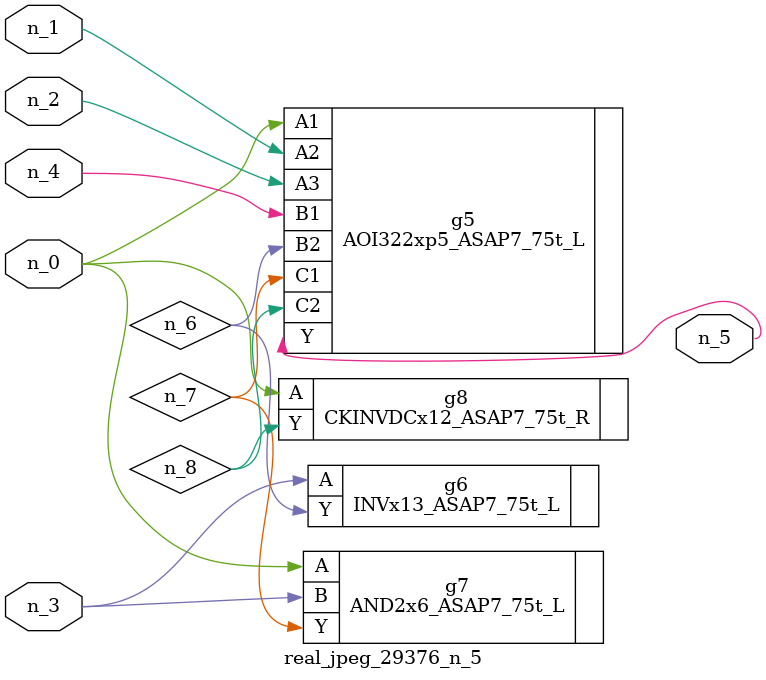
<source format=v>
module real_jpeg_29376_n_5 (n_4, n_0, n_1, n_2, n_3, n_5);

input n_4;
input n_0;
input n_1;
input n_2;
input n_3;

output n_5;

wire n_8;
wire n_6;
wire n_7;

AOI322xp5_ASAP7_75t_L g5 ( 
.A1(n_0),
.A2(n_1),
.A3(n_2),
.B1(n_4),
.B2(n_6),
.C1(n_7),
.C2(n_8),
.Y(n_5)
);

AND2x6_ASAP7_75t_L g7 ( 
.A(n_0),
.B(n_3),
.Y(n_7)
);

CKINVDCx12_ASAP7_75t_R g8 ( 
.A(n_0),
.Y(n_8)
);

INVx13_ASAP7_75t_L g6 ( 
.A(n_3),
.Y(n_6)
);


endmodule
</source>
